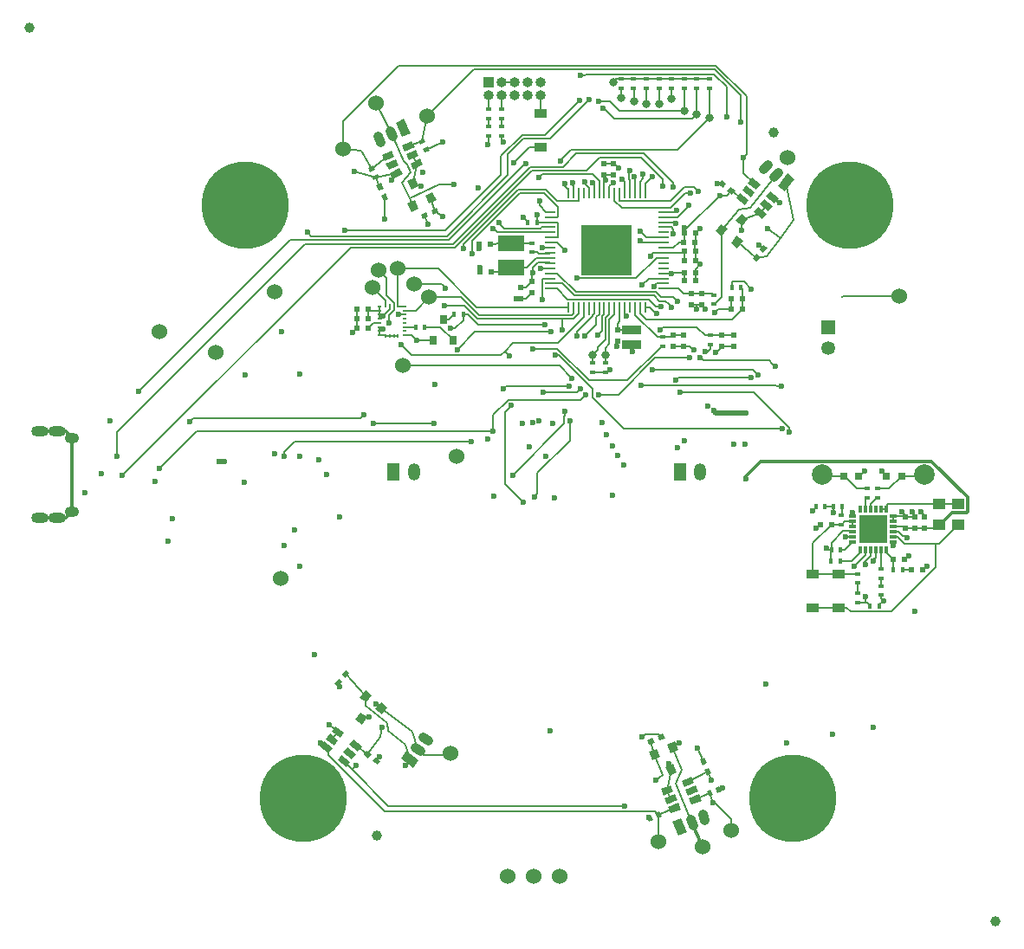
<source format=gbr>
G04 #@! TF.FileFunction,Copper,L4,Bot,Signal*
%FSLAX46Y46*%
G04 Gerber Fmt 4.6, Leading zero omitted, Abs format (unit mm)*
G04 Created by KiCad (PCBNEW 4.0.5) date 10/25/17 11:24:36*
%MOMM*%
%LPD*%
G01*
G04 APERTURE LIST*
%ADD10C,0.100000*%
%ADD11C,1.000000*%
%ADD12R,0.600000X0.400000*%
%ADD13R,0.500000X0.600000*%
%ADD14C,2.000000*%
%ADD15R,1.000000X1.000000*%
%ADD16O,1.000000X1.000000*%
%ADD17R,1.250000X1.000000*%
%ADD18R,0.600000X0.500000*%
%ADD19R,0.800000X0.900000*%
%ADD20R,0.400000X0.600000*%
%ADD21R,2.600000X1.500000*%
%ADD22C,1.524000*%
%ADD23R,1.200000X0.900000*%
%ADD24R,0.800000X0.750000*%
%ADD25R,1.900000X0.850000*%
%ADD26R,0.400000X0.240000*%
%ADD27R,0.240000X0.400000*%
%ADD28R,1.350000X1.350000*%
%ADD29C,1.350000*%
%ADD30C,8.509000*%
%ADD31R,1.200000X1.700000*%
%ADD32O,1.200000X1.700000*%
%ADD33O,1.700000X1.000000*%
%ADD34O,1.400000X1.000000*%
%ADD35R,1.000000X0.250000*%
%ADD36R,0.250000X1.000000*%
%ADD37R,4.900000X4.900000*%
%ADD38C,0.900000*%
%ADD39R,2.800000X2.800000*%
%ADD40R,0.800000X0.300000*%
%ADD41R,0.300000X0.800000*%
%ADD42C,0.600000*%
%ADD43C,0.800000*%
%ADD44C,0.200000*%
%ADD45C,0.500000*%
%ADD46C,0.300000*%
%ADD47C,0.150000*%
G04 APERTURE END LIST*
D10*
D11*
X170688000Y-170688000D03*
X149018088Y-93597284D03*
D12*
X135368088Y-88322284D03*
X135368088Y-89222284D03*
D13*
X124293088Y-108672284D03*
X124293088Y-109772284D03*
D14*
X153750000Y-127000000D03*
X163750000Y-127000000D03*
D15*
X121198088Y-88652284D03*
D16*
X121198088Y-89922284D03*
X122468088Y-88652284D03*
X122468088Y-89922284D03*
X123738088Y-88652284D03*
X123738088Y-89922284D03*
X125008088Y-88652284D03*
X125008088Y-89922284D03*
X126278088Y-88652284D03*
X126278088Y-89922284D03*
D12*
X159513168Y-137129844D03*
X159513168Y-136229844D03*
D17*
X165192608Y-131914044D03*
X165192608Y-129914044D03*
D12*
X159218528Y-129276164D03*
X159218528Y-128376164D03*
D13*
X140239894Y-114475654D03*
X140239894Y-113375654D03*
D18*
X140279857Y-104308885D03*
X141379857Y-104308885D03*
X140284937Y-105182645D03*
X141384937Y-105182645D03*
X140310337Y-107275605D03*
X141410337Y-107275605D03*
X140300177Y-108047765D03*
X141400177Y-108047765D03*
X140305257Y-103369085D03*
X141405257Y-103369085D03*
D13*
X132478337Y-97665605D03*
X132478337Y-96565605D03*
D18*
X121409448Y-107195524D03*
X120309448Y-107195524D03*
X121389128Y-104492964D03*
X120289128Y-104492964D03*
D13*
X133768088Y-112897284D03*
X133768088Y-113997284D03*
D10*
G36*
X114739301Y-102026615D02*
X114547959Y-101564675D01*
X115102287Y-101335065D01*
X115293629Y-101797005D01*
X114739301Y-102026615D01*
X114739301Y-102026615D01*
G37*
G36*
X115755569Y-101605663D02*
X115564227Y-101143723D01*
X116118555Y-100914113D01*
X116309897Y-101376053D01*
X115755569Y-101605663D01*
X115755569Y-101605663D01*
G37*
D18*
X108311008Y-111784684D03*
X109411008Y-111784684D03*
X109389328Y-112678764D03*
X108289328Y-112678764D03*
D19*
X117700248Y-113851484D03*
X115800248Y-113851484D03*
X116750248Y-111851484D03*
D12*
X125461928Y-104376124D03*
X125461928Y-105276124D03*
D20*
X124993088Y-102372284D03*
X125893088Y-102372284D03*
D10*
G36*
X109406094Y-97060889D02*
X109949879Y-96807318D01*
X110118926Y-97169841D01*
X109575141Y-97423412D01*
X109406094Y-97060889D01*
X109406094Y-97060889D01*
G37*
G36*
X109786450Y-97876567D02*
X110330235Y-97622996D01*
X110499282Y-97985519D01*
X109955497Y-98239090D01*
X109786450Y-97876567D01*
X109786450Y-97876567D01*
G37*
D12*
X121168088Y-91297284D03*
X121168088Y-92197284D03*
D10*
G36*
X142746051Y-158521433D02*
X142516441Y-157967105D01*
X142885993Y-157814031D01*
X143115603Y-158368359D01*
X142746051Y-158521433D01*
X142746051Y-158521433D01*
G37*
G36*
X143577543Y-158177017D02*
X143347933Y-157622689D01*
X143717485Y-157469615D01*
X143947095Y-158023943D01*
X143577543Y-158177017D01*
X143577543Y-158177017D01*
G37*
G36*
X114338774Y-94368489D02*
X114882559Y-94114918D01*
X115051606Y-94477441D01*
X114507821Y-94731012D01*
X114338774Y-94368489D01*
X114338774Y-94368489D01*
G37*
G36*
X114719130Y-95184167D02*
X115262915Y-94930596D01*
X115431962Y-95293119D01*
X114888177Y-95546690D01*
X114719130Y-95184167D01*
X114719130Y-95184167D01*
G37*
G36*
X137853805Y-159921375D02*
X138083415Y-160475703D01*
X137713863Y-160628777D01*
X137484253Y-160074449D01*
X137853805Y-159921375D01*
X137853805Y-159921375D01*
G37*
G36*
X137022313Y-160265791D02*
X137251923Y-160820119D01*
X136882371Y-160973193D01*
X136652761Y-160418865D01*
X137022313Y-160265791D01*
X137022313Y-160265791D01*
G37*
D20*
X114944728Y-112587324D03*
X114044728Y-112587324D03*
X154653728Y-135455564D03*
X155553728Y-135455564D03*
D10*
G36*
X116078805Y-100202580D02*
X115353759Y-100540675D01*
X114973403Y-99724998D01*
X115698449Y-99386903D01*
X116078805Y-100202580D01*
X116078805Y-100202580D01*
G37*
G36*
X114356820Y-101005555D02*
X113631774Y-101343650D01*
X113251418Y-100527973D01*
X113976464Y-100189878D01*
X114356820Y-101005555D01*
X114356820Y-101005555D01*
G37*
G36*
X114372576Y-98791452D02*
X113647530Y-99129547D01*
X113267174Y-98313870D01*
X113992220Y-97975775D01*
X114372576Y-98791452D01*
X114372576Y-98791452D01*
G37*
D21*
X123374048Y-106769924D03*
X123374048Y-104369924D03*
D22*
X112768088Y-116347284D03*
D18*
X140310337Y-106076725D03*
X141410337Y-106076725D03*
D10*
G36*
X141837317Y-154867497D02*
X142299257Y-154676155D01*
X142528867Y-155230483D01*
X142066927Y-155421825D01*
X141837317Y-154867497D01*
X141837317Y-154867497D01*
G37*
G36*
X142258269Y-155883765D02*
X142720209Y-155692423D01*
X142949819Y-156246751D01*
X142487879Y-156438093D01*
X142258269Y-155883765D01*
X142258269Y-155883765D01*
G37*
G36*
X143641548Y-98603175D02*
X143945928Y-98206498D01*
X144421940Y-98571755D01*
X144117560Y-98968432D01*
X143641548Y-98603175D01*
X143641548Y-98603175D01*
G37*
G36*
X144514236Y-99272813D02*
X144818616Y-98876136D01*
X145294628Y-99241393D01*
X144990248Y-99638070D01*
X144514236Y-99272813D01*
X144514236Y-99272813D01*
G37*
D13*
X125393088Y-108122284D03*
X125393088Y-109222284D03*
D23*
X126268088Y-91697284D03*
X126268088Y-94997284D03*
D12*
X122468088Y-91297284D03*
X122468088Y-92197284D03*
X121168088Y-92997284D03*
X121168088Y-93897284D03*
X122468088Y-92997284D03*
X122468088Y-93897284D03*
D13*
X139249294Y-113395974D03*
X139249294Y-114495974D03*
D12*
X138187574Y-114451854D03*
X138187574Y-113551854D03*
D18*
X109405928Y-110870284D03*
X108305928Y-110870284D03*
D10*
G36*
X138247035Y-152323713D02*
X138438377Y-152785653D01*
X137884049Y-153015263D01*
X137692707Y-152553323D01*
X138247035Y-152323713D01*
X138247035Y-152323713D01*
G37*
G36*
X137230767Y-152744665D02*
X137422109Y-153206605D01*
X136867781Y-153436215D01*
X136676439Y-152974275D01*
X137230767Y-152744665D01*
X137230767Y-152744665D01*
G37*
D13*
X133343088Y-97672284D03*
X133343088Y-96572284D03*
D10*
G36*
X111376690Y-100037031D02*
X110923537Y-100248340D01*
X110669966Y-99704555D01*
X111123119Y-99493246D01*
X111376690Y-100037031D01*
X111376690Y-100037031D01*
G37*
G36*
X110911810Y-99040093D02*
X110458657Y-99251402D01*
X110205086Y-98707617D01*
X110658239Y-98496308D01*
X110911810Y-99040093D01*
X110911810Y-99040093D01*
G37*
G36*
X106544939Y-147752744D02*
X106148262Y-147448364D01*
X106513519Y-146972352D01*
X106910196Y-147276732D01*
X106544939Y-147752744D01*
X106544939Y-147752744D01*
G37*
G36*
X107214577Y-146880056D02*
X106817900Y-146575676D01*
X107183157Y-146099664D01*
X107579834Y-146404044D01*
X107214577Y-146880056D01*
X107214577Y-146880056D01*
G37*
G36*
X148031437Y-104540184D02*
X148428114Y-104844564D01*
X148062857Y-105320576D01*
X147666180Y-105016196D01*
X148031437Y-104540184D01*
X148031437Y-104540184D01*
G37*
G36*
X147361799Y-105412872D02*
X147758476Y-105717252D01*
X147393219Y-106193264D01*
X146996542Y-105888884D01*
X147361799Y-105412872D01*
X147361799Y-105412872D01*
G37*
D24*
X155867568Y-127139604D03*
X157367568Y-127139604D03*
X160083968Y-127147284D03*
X161583968Y-127147284D03*
D18*
X162524248Y-136309004D03*
X163624248Y-136309004D03*
X160746248Y-135328564D03*
X161846248Y-135328564D03*
D13*
X162810088Y-132226044D03*
X162810088Y-131126044D03*
X163770208Y-132215884D03*
X163770208Y-131115884D03*
X161910928Y-131136204D03*
X161910928Y-132236204D03*
D18*
X154713928Y-131884324D03*
X153613928Y-131884324D03*
D23*
X152883768Y-136757044D03*
X152883768Y-140057044D03*
X155398368Y-136706244D03*
X155398368Y-140006244D03*
D17*
X167041728Y-129919124D03*
X167041728Y-131919124D03*
D22*
X110218088Y-90697284D03*
X142068088Y-163397284D03*
X150393088Y-95997284D03*
D20*
X118718088Y-111347284D03*
X117818088Y-111347284D03*
X155589288Y-134398924D03*
X154689288Y-134398924D03*
D12*
X155672688Y-131897444D03*
X155672688Y-130997444D03*
D20*
X155772168Y-130131724D03*
X154872168Y-130131724D03*
X154070368Y-130131724D03*
X153170368Y-130131724D03*
D12*
X158156808Y-129276164D03*
X158156808Y-128376164D03*
X159518248Y-138811324D03*
X159518248Y-137911324D03*
D20*
X161649728Y-136293764D03*
X160749728Y-136293764D03*
D12*
X157222088Y-136722604D03*
X157222088Y-137622604D03*
X157237328Y-138602204D03*
X157237328Y-139502204D03*
D20*
X158478968Y-139829444D03*
X159378968Y-139829444D03*
D10*
G36*
X136861260Y-154118550D02*
X137600363Y-153812403D01*
X137944778Y-154643894D01*
X137205675Y-154950041D01*
X136861260Y-154118550D01*
X136861260Y-154118550D01*
G37*
G36*
X138616631Y-153391451D02*
X139355734Y-153085304D01*
X139700149Y-153916795D01*
X138961046Y-154222942D01*
X138616631Y-153391451D01*
X138616631Y-153391451D01*
G37*
G36*
X138504312Y-155602760D02*
X139243415Y-155296613D01*
X139587830Y-156128104D01*
X138848727Y-156434251D01*
X138504312Y-155602760D01*
X138504312Y-155602760D01*
G37*
G36*
X109164925Y-148093453D02*
X109799608Y-148580463D01*
X109251723Y-149294481D01*
X108617040Y-148807471D01*
X109164925Y-148093453D01*
X109164925Y-148093453D01*
G37*
G36*
X110672296Y-149250100D02*
X111306979Y-149737110D01*
X110759094Y-150451128D01*
X110124411Y-149964118D01*
X110672296Y-149250100D01*
X110672296Y-149250100D01*
G37*
G36*
X108701088Y-150258483D02*
X109335771Y-150745493D01*
X108787886Y-151459511D01*
X108153203Y-150972501D01*
X108701088Y-150258483D01*
X108701088Y-150258483D01*
G37*
G36*
X145511011Y-104860831D02*
X144876328Y-104373821D01*
X145424213Y-103659803D01*
X146058896Y-104146813D01*
X145511011Y-104860831D01*
X145511011Y-104860831D01*
G37*
G36*
X144003640Y-103704184D02*
X143368957Y-103217174D01*
X143916842Y-102503156D01*
X144551525Y-102990166D01*
X144003640Y-103704184D01*
X144003640Y-103704184D01*
G37*
G36*
X145974848Y-102695801D02*
X145340165Y-102208791D01*
X145888050Y-101494773D01*
X146522733Y-101981783D01*
X145974848Y-102695801D01*
X145974848Y-102695801D01*
G37*
D13*
X143998848Y-114496844D03*
X143998848Y-113396844D03*
D10*
G36*
X110621748Y-155007553D02*
X110317368Y-155404230D01*
X109841356Y-155038973D01*
X110145736Y-154642296D01*
X110621748Y-155007553D01*
X110621748Y-155007553D01*
G37*
G36*
X109749060Y-154337915D02*
X109444680Y-154734592D01*
X108968668Y-154369335D01*
X109273048Y-153972658D01*
X109749060Y-154337915D01*
X109749060Y-154337915D01*
G37*
D13*
X140991488Y-110407444D03*
X140991488Y-109307444D03*
D18*
X144910203Y-109831139D03*
X146010203Y-109831139D03*
D12*
X142850768Y-114308364D03*
X142850768Y-113408364D03*
X143165728Y-110353164D03*
X143165728Y-109453164D03*
D20*
X144959403Y-108713539D03*
X145859403Y-108713539D03*
D13*
X145192648Y-113381604D03*
X145192648Y-114481604D03*
X142012568Y-109307444D03*
X142012568Y-110407444D03*
D18*
X146020363Y-110806499D03*
X144920363Y-110806499D03*
D22*
X128166535Y-166266711D03*
X125626535Y-166266711D03*
X123086535Y-166266711D03*
D25*
X135193088Y-114297284D03*
X135193088Y-112847284D03*
D26*
X110511288Y-110577724D03*
D27*
X111136288Y-110502724D03*
X111536288Y-110502724D03*
X111936288Y-110502724D03*
X112336288Y-110502724D03*
D26*
X112961288Y-110577724D03*
X112961288Y-110977724D03*
X112961288Y-111377724D03*
X112961288Y-111777724D03*
X112961288Y-112177724D03*
X112961288Y-112577724D03*
X112961288Y-112977724D03*
X112961288Y-113377724D03*
D27*
X112336288Y-113452724D03*
X111936288Y-113452724D03*
X111536288Y-113452724D03*
X111136288Y-113452724D03*
D26*
X110511288Y-113377724D03*
X110511288Y-112977724D03*
X110511288Y-112577724D03*
X110511288Y-112177724D03*
X110511288Y-111777724D03*
X110511288Y-111377724D03*
X110511288Y-110977724D03*
D28*
X154402688Y-112622484D03*
D29*
X154402688Y-114622484D03*
D30*
X103073200Y-158648400D03*
X150926800Y-158648400D03*
X156531208Y-100634800D03*
X97358200Y-100634800D03*
D31*
X139868088Y-126747284D03*
D32*
X141868088Y-126747284D03*
D33*
X77306248Y-122797764D03*
X77306248Y-131247764D03*
X79056248Y-122797764D03*
X79056248Y-131247764D03*
D34*
X80456248Y-130622764D03*
X80456248Y-123422764D03*
D31*
X111868088Y-126747284D03*
D32*
X113868088Y-126747284D03*
D35*
X138291258Y-101326286D03*
X138291258Y-101826286D03*
X138291258Y-102326286D03*
X138291258Y-102826286D03*
X138291258Y-103326286D03*
X138291258Y-103826286D03*
X138291258Y-104326286D03*
X138291258Y-104826286D03*
X138291258Y-105326286D03*
X138291258Y-105826286D03*
X138291258Y-106326286D03*
X138291258Y-106826286D03*
X138291258Y-107326286D03*
X138291258Y-107826286D03*
X138291258Y-108326286D03*
X138291258Y-108826286D03*
X127191258Y-108826286D03*
X127191258Y-108326286D03*
X127191258Y-107826286D03*
X127191258Y-107326286D03*
X127191258Y-106826286D03*
X127191258Y-106326286D03*
X127191258Y-105826286D03*
X127191258Y-105326286D03*
X127191258Y-104826286D03*
X127191258Y-104326286D03*
X127191258Y-103826286D03*
X127191258Y-103326286D03*
X127191258Y-102826286D03*
X127191258Y-102326286D03*
X127191258Y-101826286D03*
X127191258Y-101326286D03*
D36*
X136491258Y-110626286D03*
X135991258Y-110626286D03*
X135491258Y-110626286D03*
X134991258Y-110626286D03*
X134491258Y-110626286D03*
X133991258Y-110626286D03*
X133491258Y-110626286D03*
X132991258Y-110626286D03*
X132491258Y-110626286D03*
X131991258Y-110626286D03*
X131491258Y-110626286D03*
X130991258Y-110626286D03*
X130491258Y-110626286D03*
X129991258Y-110626286D03*
X129491258Y-110626286D03*
X128991258Y-110626286D03*
X128991258Y-99526286D03*
X129491258Y-99526286D03*
X129991258Y-99526286D03*
X130491258Y-99526286D03*
X130991258Y-99526286D03*
X131491258Y-99526286D03*
X131991258Y-99526286D03*
X132491258Y-99526286D03*
X132991258Y-99526286D03*
X133491258Y-99526286D03*
X133991258Y-99526286D03*
X134491258Y-99526286D03*
X134991258Y-99526286D03*
X135491258Y-99526286D03*
X135991258Y-99526286D03*
X136491258Y-99526286D03*
D37*
X132741258Y-105076286D03*
D10*
G36*
X113690211Y-94398634D02*
X113964913Y-94987734D01*
X113004227Y-95435710D01*
X112729525Y-94846610D01*
X113690211Y-94398634D01*
X113690211Y-94398634D01*
G37*
G36*
X114091699Y-95259626D02*
X114366401Y-95848726D01*
X113405715Y-96296702D01*
X113131013Y-95707602D01*
X114091699Y-95259626D01*
X114091699Y-95259626D01*
G37*
G36*
X114493186Y-96120618D02*
X114767888Y-96709718D01*
X113807202Y-97157694D01*
X113532500Y-96568594D01*
X114493186Y-96120618D01*
X114493186Y-96120618D01*
G37*
G36*
X112499309Y-97050378D02*
X112774011Y-97639478D01*
X111813325Y-98087454D01*
X111538623Y-97498354D01*
X112499309Y-97050378D01*
X112499309Y-97050378D01*
G37*
G36*
X111696334Y-95328394D02*
X111971036Y-95917494D01*
X111010350Y-96365470D01*
X110735648Y-95776370D01*
X111696334Y-95328394D01*
X111696334Y-95328394D01*
G37*
G36*
X112097821Y-96189386D02*
X112372523Y-96778486D01*
X111411837Y-97226462D01*
X111137135Y-96637362D01*
X112097821Y-96189386D01*
X112097821Y-96189386D01*
G37*
G36*
X139003206Y-160132524D02*
X138754462Y-159532002D01*
X139733774Y-159126358D01*
X139982518Y-159726880D01*
X139003206Y-160132524D01*
X139003206Y-160132524D01*
G37*
G36*
X138639657Y-159254839D02*
X138390913Y-158654317D01*
X139370225Y-158248673D01*
X139618969Y-158849195D01*
X138639657Y-159254839D01*
X138639657Y-159254839D01*
G37*
G36*
X138276107Y-158377153D02*
X138027363Y-157776631D01*
X139006675Y-157370987D01*
X139255419Y-157971509D01*
X138276107Y-158377153D01*
X138276107Y-158377153D01*
G37*
G36*
X140308642Y-157535250D02*
X140059898Y-156934728D01*
X141039210Y-156529084D01*
X141287954Y-157129606D01*
X140308642Y-157535250D01*
X140308642Y-157535250D01*
G37*
G36*
X141035741Y-159290621D02*
X140786997Y-158690099D01*
X141766309Y-158284455D01*
X142015053Y-158884977D01*
X141035741Y-159290621D01*
X141035741Y-159290621D01*
G37*
G36*
X140672191Y-158412935D02*
X140423447Y-157812413D01*
X141402759Y-157406769D01*
X141651503Y-158007291D01*
X140672191Y-158412935D01*
X140672191Y-158412935D01*
G37*
G36*
X149527665Y-99983000D02*
X149131970Y-100498679D01*
X148291015Y-99853392D01*
X148686710Y-99337713D01*
X149527665Y-99983000D01*
X149527665Y-99983000D01*
G37*
G36*
X148949342Y-100736686D02*
X148553647Y-101252365D01*
X147712692Y-100607078D01*
X148108387Y-100091399D01*
X148949342Y-100736686D01*
X148949342Y-100736686D01*
G37*
G36*
X148371018Y-101490371D02*
X147975323Y-102006050D01*
X147134368Y-101360763D01*
X147530063Y-100845084D01*
X148371018Y-101490371D01*
X148371018Y-101490371D01*
G37*
G36*
X146625641Y-100151096D02*
X146229946Y-100666775D01*
X145388991Y-100021488D01*
X145784686Y-99505809D01*
X146625641Y-100151096D01*
X146625641Y-100151096D01*
G37*
G36*
X147782288Y-98643725D02*
X147386593Y-99159404D01*
X146545638Y-98514117D01*
X146941333Y-97998438D01*
X147782288Y-98643725D01*
X147782288Y-98643725D01*
G37*
G36*
X147203964Y-99397410D02*
X146808269Y-99913089D01*
X145967314Y-99267802D01*
X146363009Y-98752123D01*
X147203964Y-99397410D01*
X147203964Y-99397410D01*
G37*
G36*
X104682951Y-153620568D02*
X105078646Y-153104889D01*
X105919601Y-153750176D01*
X105523906Y-154265855D01*
X104682951Y-153620568D01*
X104682951Y-153620568D01*
G37*
G36*
X105261274Y-152866882D02*
X105656969Y-152351203D01*
X106497924Y-152996490D01*
X106102229Y-153512169D01*
X105261274Y-152866882D01*
X105261274Y-152866882D01*
G37*
G36*
X105839598Y-152113197D02*
X106235293Y-151597518D01*
X107076248Y-152242805D01*
X106680553Y-152758484D01*
X105839598Y-152113197D01*
X105839598Y-152113197D01*
G37*
G36*
X107584975Y-153452472D02*
X107980670Y-152936793D01*
X108821625Y-153582080D01*
X108425930Y-154097759D01*
X107584975Y-153452472D01*
X107584975Y-153452472D01*
G37*
G36*
X106428328Y-154959843D02*
X106824023Y-154444164D01*
X107664978Y-155089451D01*
X107269283Y-155605130D01*
X106428328Y-154959843D01*
X106428328Y-154959843D01*
G37*
G36*
X107006652Y-154206158D02*
X107402347Y-153690479D01*
X108243302Y-154335766D01*
X107847607Y-154851445D01*
X107006652Y-154206158D01*
X107006652Y-154206158D01*
G37*
D22*
X117445688Y-154221084D03*
D38*
X111541303Y-93375392D02*
X111794873Y-93919176D01*
X110390292Y-93912117D02*
X110643862Y-94455901D01*
D10*
G36*
X112728224Y-93980468D02*
X112094297Y-92621006D01*
X112909974Y-92240650D01*
X113543901Y-93600112D01*
X112728224Y-93980468D01*
X112728224Y-93980468D01*
G37*
D38*
X141131693Y-161259728D02*
X140902083Y-160705400D01*
X142305020Y-160773720D02*
X142075410Y-160219392D01*
D10*
G36*
X139972294Y-160603455D02*
X140546319Y-161989274D01*
X139714828Y-162333689D01*
X139140803Y-160947870D01*
X139972294Y-160603455D01*
X139972294Y-160603455D01*
G37*
D38*
X114483294Y-154037952D02*
X114007282Y-153672696D01*
X115256421Y-153030394D02*
X114780409Y-152665138D01*
D10*
G36*
X113151089Y-154049303D02*
X114341119Y-154962445D01*
X113793233Y-155676463D01*
X112603203Y-154763321D01*
X113151089Y-154049303D01*
X113151089Y-154049303D01*
G37*
D38*
X149443157Y-97436151D02*
X149077901Y-97912163D01*
X148435599Y-96663024D02*
X148070343Y-97139036D01*
D10*
G36*
X149454508Y-98768356D02*
X150367650Y-97578326D01*
X151081668Y-98126212D01*
X150168526Y-99316242D01*
X149454508Y-98768356D01*
X149454508Y-98768356D01*
G37*
D22*
X118068088Y-125247284D03*
X113868088Y-108347284D03*
X112293088Y-106872284D03*
X115368088Y-109647284D03*
X109843088Y-108697284D03*
X110468088Y-107022284D03*
X115168088Y-91947284D03*
X106943088Y-95197284D03*
X94518088Y-115097284D03*
X100268088Y-109097284D03*
X161318088Y-109597284D03*
X89018088Y-112997284D03*
X144868088Y-161772284D03*
X137743088Y-162922284D03*
X100893088Y-137172284D03*
D39*
X158768088Y-132347284D03*
D40*
X160768088Y-131097284D03*
X160768088Y-131597284D03*
X160768088Y-132097284D03*
X160768088Y-132597284D03*
X160768088Y-133097284D03*
X160768088Y-133597284D03*
X156768088Y-133597284D03*
X156768088Y-133097284D03*
X156768088Y-132597284D03*
X156768088Y-132097284D03*
X156768088Y-131597284D03*
X156768088Y-131097284D03*
D41*
X157518088Y-130347284D03*
X158018088Y-130347284D03*
X158518088Y-130347284D03*
X159018088Y-130347284D03*
X159518088Y-130347284D03*
X160018088Y-130347284D03*
X160018088Y-134347284D03*
X159518088Y-134347284D03*
X159018088Y-134347284D03*
X158518088Y-134347284D03*
X158018088Y-134347284D03*
X157518088Y-134347284D03*
D12*
X132643088Y-116997284D03*
X132643088Y-116097284D03*
X131368088Y-116997284D03*
X131368088Y-116097284D03*
X134143088Y-88322284D03*
X134143088Y-89222284D03*
X136593088Y-88322284D03*
X136593088Y-89222284D03*
X137843088Y-88322284D03*
X137843088Y-89222284D03*
X139068088Y-88322284D03*
X139068088Y-89222284D03*
X140293088Y-88322284D03*
X140293088Y-89222284D03*
X141518088Y-88322284D03*
X141518088Y-89222284D03*
X142743088Y-88322284D03*
X142743088Y-89222284D03*
D11*
X76323088Y-83312000D03*
X110268088Y-162347284D03*
D42*
X120193088Y-98997284D03*
X135210587Y-114979868D03*
X110893088Y-111547284D03*
X139073067Y-107322284D03*
X140321800Y-102908286D03*
X143802949Y-99699653D03*
X132583078Y-98247284D03*
X121088471Y-123524220D03*
X110753316Y-151682080D03*
X114168088Y-113897284D03*
X124618088Y-101872284D03*
X125520260Y-107297284D03*
X110536888Y-154576684D03*
X133860464Y-96997957D03*
X133741734Y-114483177D03*
X133072885Y-116738594D03*
D43*
X133343088Y-88622284D03*
D42*
X110868090Y-112772284D03*
X162093088Y-133172284D03*
X156768088Y-130722284D03*
X124496272Y-121985936D03*
X115971201Y-118157294D03*
X141223077Y-114829020D03*
X143368088Y-115072284D03*
X102718088Y-117147284D03*
X143168088Y-120747284D03*
X142612968Y-120317164D03*
X146307868Y-120986624D03*
X141523120Y-110857086D03*
X120307689Y-106757860D03*
X120288692Y-104940537D03*
X123868088Y-109772284D03*
X104208078Y-144597284D03*
X143553603Y-98587465D03*
X88618097Y-127686828D03*
X125168088Y-124297284D03*
X127418088Y-121997284D03*
X126107342Y-121747865D03*
X127594917Y-129288166D03*
X106608077Y-147747284D03*
X102721076Y-125233591D03*
X104586699Y-125543430D03*
X154209601Y-134155771D03*
X136206873Y-152686039D03*
X150343088Y-153272284D03*
X90309975Y-131280397D03*
X97368088Y-117297284D03*
X97293088Y-127747284D03*
X157943088Y-126622284D03*
X159593088Y-126622284D03*
X141618088Y-153722284D03*
X138793088Y-155272284D03*
X147643088Y-104547284D03*
X145918088Y-103147284D03*
X105393088Y-126972284D03*
X154843088Y-152372284D03*
X158793088Y-151722284D03*
X153218088Y-132272284D03*
X152843088Y-130547284D03*
X134393088Y-105072284D03*
X131043088Y-105072284D03*
X131943088Y-105072284D03*
X133523046Y-105076285D03*
X132741258Y-105076286D03*
X126424844Y-104826287D03*
X100951608Y-113031924D03*
X107868088Y-113097284D03*
X100267380Y-124971412D03*
X102743088Y-135972284D03*
X101243088Y-133921762D03*
X109543088Y-150697284D03*
X105593088Y-151472284D03*
X115293088Y-102522284D03*
X111018088Y-102022284D03*
X114593088Y-98772284D03*
X121718088Y-129122284D03*
X134618088Y-111522284D03*
X143268100Y-111187274D03*
X126264086Y-106826286D03*
X142368088Y-110847284D03*
X141868088Y-106447284D03*
X141868088Y-102947284D03*
X164068088Y-135947284D03*
X162268088Y-134947284D03*
X159768088Y-139347284D03*
X162868088Y-140342044D03*
X163468088Y-130647284D03*
X162568088Y-130647284D03*
X161568088Y-130647284D03*
X132268088Y-121947284D03*
X134368088Y-126047284D03*
X133768088Y-125147284D03*
X133268088Y-124247284D03*
X132668088Y-123147284D03*
X125468088Y-121947284D03*
X126747602Y-125200769D03*
X133268088Y-129034164D03*
X84168088Y-121747284D03*
X83368088Y-126935194D03*
X81768088Y-128747284D03*
X123643088Y-96497284D03*
X125893088Y-101597284D03*
X139193088Y-98897284D03*
X84833078Y-125226920D03*
X135993088Y-103247284D03*
X138205730Y-98771563D03*
X136043088Y-104172284D03*
X85393088Y-127097284D03*
X121636687Y-102919377D03*
X121143088Y-94772284D03*
X122186178Y-102394328D03*
X122618088Y-94447284D03*
X146318088Y-127447284D03*
X148318088Y-147497284D03*
X127243088Y-152097284D03*
X102185288Y-132380084D03*
X115893088Y-121972284D03*
X109893088Y-121972284D03*
X106618088Y-131172284D03*
X129343088Y-117597284D03*
X136168088Y-108472284D03*
X137344393Y-108586254D03*
X130167613Y-118647759D03*
X126518088Y-118972284D03*
X119518088Y-123822284D03*
X101218088Y-125222284D03*
X114788170Y-97472284D03*
X116718088Y-101747284D03*
X95368088Y-125697284D03*
X94843088Y-125697284D03*
X113043088Y-155422284D03*
X148468088Y-102972284D03*
X137568088Y-156847284D03*
X131868088Y-113347284D03*
X128617288Y-120837187D03*
X123528098Y-127074228D03*
X130068088Y-90422283D03*
X107118088Y-103122284D03*
X129418088Y-98497284D03*
X130548077Y-113482294D03*
X139641018Y-124399043D03*
X140361566Y-123701553D03*
X146268088Y-124047262D03*
X145168088Y-124047284D03*
X131918088Y-119197284D03*
X130705023Y-119185168D03*
X121649922Y-122798019D03*
X140803098Y-115594285D03*
X139250764Y-103472640D03*
X89043088Y-126422284D03*
X89873169Y-133492203D03*
X127268088Y-113047284D03*
X129788064Y-113482294D03*
X118133078Y-114768399D03*
X116968088Y-108797284D03*
X112361840Y-111325852D03*
X117493088Y-112722284D03*
X109018088Y-121122284D03*
X91993088Y-121822284D03*
X126693088Y-112372284D03*
X129868088Y-107797284D03*
X128394492Y-112898776D03*
X125670136Y-129189621D03*
X129123107Y-121710717D03*
X116893088Y-110497284D03*
X123425140Y-120250792D03*
X123218088Y-115422284D03*
X112638418Y-114299655D03*
X124568088Y-129722284D03*
X111493088Y-112147284D03*
X110168088Y-149447284D03*
X136093088Y-118297284D03*
X149768088Y-118397284D03*
X146868088Y-108847284D03*
X129057879Y-118329999D03*
X122593088Y-118647284D03*
X142343088Y-114947284D03*
X139795912Y-153282648D03*
X125543088Y-114697284D03*
X117768088Y-98672284D03*
X154868088Y-130747284D03*
X156069590Y-133097283D03*
X149208078Y-116422873D03*
X141887081Y-115555294D03*
X139468088Y-102422284D03*
X140765207Y-100697168D03*
X139582358Y-101141040D03*
X158018088Y-138922284D03*
X160768088Y-133947284D03*
X139866647Y-118932294D03*
X139643088Y-110047284D03*
X150578088Y-122822284D03*
X158806133Y-135460329D03*
X127689075Y-115343271D03*
X149863163Y-122500771D03*
X126418088Y-109897284D03*
X157989068Y-135768264D03*
X128660482Y-98557710D03*
X144443088Y-91997284D03*
X130168088Y-87947284D03*
X156924494Y-135949064D03*
X137610963Y-111274539D03*
X137948067Y-112891842D03*
X136833829Y-160534766D03*
X108073928Y-97357657D03*
X116718088Y-94522284D03*
X111718088Y-98197284D03*
X142968088Y-156847284D03*
X144068088Y-157647284D03*
X136994569Y-105631001D03*
X128612256Y-105047284D03*
X146812403Y-117537274D03*
X139500011Y-117737274D03*
X139068088Y-110647284D03*
X138018088Y-110597284D03*
X147529293Y-117284910D03*
X137180669Y-116759865D03*
X126143088Y-97947284D03*
X124820903Y-96575099D03*
X87018091Y-118847281D03*
X146118088Y-95972284D03*
X140943088Y-99522284D03*
X134443088Y-159387274D03*
X119602961Y-105413104D03*
X108242015Y-155473357D03*
X143143088Y-159122284D03*
X145798557Y-92557294D03*
X141667984Y-99293933D03*
X149643088Y-100447284D03*
X118693088Y-104922284D03*
X104768088Y-153247284D03*
X131043088Y-90322284D03*
X103468088Y-103322284D03*
X133393088Y-98432286D03*
D43*
X132643088Y-115297284D03*
X131373088Y-115297284D03*
X134159000Y-90156372D03*
D42*
X134268088Y-98097284D03*
X134980475Y-97263792D03*
D43*
X135393088Y-90547284D03*
D42*
X135445094Y-97865247D03*
D43*
X136593088Y-90797284D03*
D42*
X136293088Y-97647284D03*
D43*
X137843088Y-90722284D03*
D42*
X137168088Y-97897284D03*
D43*
X139068088Y-90222284D03*
D42*
X131953562Y-90527256D03*
D43*
X140292629Y-91474224D03*
D42*
X130570806Y-98373046D03*
X132393088Y-91147284D03*
D43*
X141519355Y-91802924D03*
D42*
X131368088Y-98497284D03*
X128193088Y-96347284D03*
D43*
X142746081Y-92131624D03*
D42*
X126159601Y-100255771D03*
D44*
X135210587Y-114979868D02*
X135210587Y-114314783D01*
X135210587Y-114314783D02*
X135193088Y-114297284D01*
X110993088Y-111447284D02*
X110893088Y-111547284D01*
X110993088Y-111372284D02*
X110993088Y-111447284D01*
X111536288Y-110502724D02*
X111536288Y-110829084D01*
X111536288Y-110829084D02*
X110993088Y-111372284D01*
X110662648Y-111777724D02*
X110893088Y-111547284D01*
X110511288Y-111777724D02*
X110662648Y-111777724D01*
X109405928Y-110870284D02*
X109541088Y-110870284D01*
X109541088Y-110870284D02*
X109648528Y-110977724D01*
X109648528Y-110977724D02*
X110511288Y-110977724D01*
X144904432Y-99257103D02*
X146007316Y-100086292D01*
X132478337Y-97665605D02*
X133336409Y-97665605D01*
X133336409Y-97665605D02*
X133343088Y-97672284D01*
X124293088Y-108672284D02*
X124843088Y-108672284D01*
X124843088Y-108672284D02*
X125393088Y-108122284D01*
X125393088Y-108122284D02*
X125393088Y-107424456D01*
X125393088Y-107424456D02*
X125520260Y-107297284D01*
X139069065Y-107326286D02*
X139073067Y-107322284D01*
X138291258Y-107326286D02*
X139069065Y-107326286D01*
X140310337Y-107275605D02*
X139119746Y-107275605D01*
X140305257Y-102919085D02*
X140316056Y-102908286D01*
X140594316Y-102908286D02*
X140321800Y-102908286D01*
X140293088Y-102906916D02*
X140294458Y-102908286D01*
X143802949Y-99699653D02*
X140594316Y-102908286D01*
X140294458Y-102908286D02*
X140321800Y-102908286D01*
X139119746Y-107275605D02*
X139073067Y-107322284D01*
X140305257Y-103369085D02*
X140305257Y-102919085D01*
X140316056Y-102908286D02*
X140321800Y-102908286D01*
X143802949Y-99699653D02*
X144461882Y-99699653D01*
X144461882Y-99699653D02*
X144904432Y-99257103D01*
X132478337Y-98252761D02*
X132483814Y-98247284D01*
X132478337Y-98272284D02*
X132478337Y-98252761D01*
X132483814Y-98247284D02*
X132583078Y-98247284D01*
X113868089Y-113597285D02*
X114168088Y-113897284D01*
X112961288Y-113377724D02*
X113648528Y-113377724D01*
X113648528Y-113377724D02*
X113868089Y-113597285D01*
X110643088Y-152622284D02*
X109358864Y-154353625D01*
X110753316Y-151682080D02*
X110643088Y-152622284D01*
X132478337Y-97665605D02*
X132478337Y-98272284D01*
X132478337Y-98272284D02*
X132478337Y-99513365D01*
X132478337Y-97665605D02*
X132478337Y-97715605D01*
X140300177Y-108047765D02*
X140300177Y-107285765D01*
X140300177Y-107285765D02*
X140310337Y-107275605D01*
X115800248Y-113851484D02*
X114213888Y-113851484D01*
X114213888Y-113851484D02*
X114168088Y-113897284D01*
X110511288Y-110577724D02*
X110511288Y-110977724D01*
X110511288Y-110977724D02*
X110511288Y-111377724D01*
X110511288Y-111377724D02*
X110511288Y-111777724D01*
X109405928Y-110870284D02*
X109405928Y-111779604D01*
X109405928Y-111779604D02*
X109411008Y-111784684D01*
X109358864Y-154353625D02*
X108203300Y-153517276D01*
X132478337Y-99513365D02*
X132491258Y-99526286D01*
X132463097Y-97680845D02*
X132478337Y-97665605D01*
X124918087Y-102172283D02*
X124618088Y-101872284D01*
X124993088Y-102247284D02*
X124918087Y-102172283D01*
X124993088Y-102372284D02*
X124993088Y-102247284D01*
X125520260Y-106873020D02*
X125520260Y-107297284D01*
X125520260Y-106741310D02*
X125520260Y-106873020D01*
X125995285Y-106266285D02*
X125520260Y-106741310D01*
X127131257Y-106266285D02*
X125995285Y-106266285D01*
X127191258Y-106326286D02*
X127131257Y-106266285D01*
X140279857Y-104308885D02*
X139779857Y-104308885D01*
X139779857Y-104308885D02*
X139262456Y-104826286D01*
X139262456Y-104826286D02*
X138991258Y-104826286D01*
X138991258Y-104826286D02*
X138291258Y-104826286D01*
X140305257Y-103369085D02*
X140305257Y-104283485D01*
X140305257Y-104283485D02*
X140279857Y-104308885D01*
X110536888Y-154717927D02*
X110536888Y-154576684D01*
X110231552Y-155023263D02*
X110536888Y-154717927D01*
X133461409Y-96565605D02*
X133468089Y-96572285D01*
X133468089Y-96605582D02*
X133560465Y-96697958D01*
X133560465Y-96697958D02*
X133860464Y-96997957D01*
X133468089Y-96572285D02*
X133468089Y-96605582D01*
X133343088Y-96572284D02*
X133468089Y-96572285D01*
X132478337Y-96565605D02*
X133461409Y-96565605D01*
X122468088Y-88652284D02*
X123738088Y-88652284D01*
X132643088Y-116997284D02*
X132814195Y-116997284D01*
X132814195Y-116997284D02*
X133072885Y-116738594D01*
X131368088Y-116997284D02*
X132643088Y-116997284D01*
X134143088Y-88322284D02*
X133643088Y-88322284D01*
X133643088Y-88322284D02*
X133343088Y-88622284D01*
X135368088Y-88322284D02*
X134143088Y-88322284D01*
X136593088Y-88322284D02*
X135368088Y-88322284D01*
X137843088Y-88322284D02*
X136593088Y-88322284D01*
X139068088Y-88322284D02*
X137843088Y-88322284D01*
X140293088Y-88322284D02*
X139068088Y-88322284D01*
X141518088Y-88322284D02*
X140293088Y-88322284D01*
X142743088Y-88322284D02*
X141518088Y-88322284D01*
X133768088Y-113997284D02*
X133768088Y-114456823D01*
X133768088Y-114456823D02*
X133741734Y-114483177D01*
X155748888Y-109665924D02*
X155817528Y-109597284D01*
X155817528Y-109597284D02*
X161318088Y-109597284D01*
X110673530Y-112577724D02*
X110868090Y-112772284D01*
X110511288Y-112577724D02*
X110673530Y-112577724D01*
X161679006Y-133022284D02*
X161943088Y-133022284D01*
X161943088Y-133022284D02*
X162093088Y-133172284D01*
X160768088Y-132597284D02*
X161254006Y-132597284D01*
X161254006Y-132597284D02*
X161679006Y-133022284D01*
X156768088Y-130822284D02*
X156768088Y-130722284D01*
X156768088Y-131097284D02*
X156768088Y-130822284D01*
X140923078Y-114529021D02*
X141223077Y-114829020D01*
X140239894Y-114475654D02*
X140869711Y-114475654D01*
X140869711Y-114475654D02*
X140923078Y-114529021D01*
X143998848Y-114546844D02*
X143473408Y-115072284D01*
X143998848Y-114496844D02*
X143998848Y-114546844D01*
X143473408Y-115072284D02*
X143368088Y-115072284D01*
D45*
X146307868Y-120986624D02*
X143407428Y-120986624D01*
X143407428Y-120986624D02*
X143168088Y-120747284D01*
D44*
X141441488Y-110407444D02*
X141523120Y-110489076D01*
X141523120Y-110489076D02*
X141523120Y-110857086D01*
X140991488Y-110407444D02*
X141441488Y-110407444D01*
X120307689Y-107193765D02*
X120307689Y-107182124D01*
X120307689Y-107182124D02*
X120307689Y-106757860D01*
X120309448Y-107195524D02*
X120307689Y-107193765D01*
X120288692Y-104516273D02*
X120288692Y-104940537D01*
X120288692Y-104493400D02*
X120288692Y-104516273D01*
X120289128Y-104492964D02*
X120288692Y-104493400D01*
X124293088Y-109772284D02*
X123868088Y-109772284D01*
X124293088Y-109772284D02*
X124843088Y-109772284D01*
X124843088Y-109772284D02*
X125393088Y-109222284D01*
X143543784Y-98597284D02*
X143553603Y-98587465D01*
X144031744Y-98587465D02*
X143553603Y-98587465D01*
X110511288Y-112577724D02*
X110511288Y-112977724D01*
X106529229Y-147668436D02*
X106608077Y-147747284D01*
X106529229Y-147362548D02*
X106529229Y-147668436D01*
X154689288Y-134398924D02*
X154289288Y-134398924D01*
X154209601Y-134319237D02*
X154209601Y-134155771D01*
X154289288Y-134398924D02*
X154209601Y-134319237D01*
X137803491Y-152407437D02*
X136485475Y-152407437D01*
X138065542Y-152669488D02*
X137803491Y-152407437D01*
X136485475Y-152407437D02*
X136206873Y-152686039D01*
X154689288Y-133898924D02*
X154689288Y-134398924D01*
X154689288Y-133648781D02*
X154689288Y-133898924D01*
X155800788Y-132537281D02*
X154689288Y-133648781D01*
X156708085Y-132537281D02*
X155800788Y-132537281D01*
X156768088Y-132597284D02*
X156708085Y-132537281D01*
X157425768Y-127139604D02*
X157943088Y-126622284D01*
X157367568Y-127139604D02*
X157425768Y-127139604D01*
X160083968Y-127113164D02*
X159593088Y-126622284D01*
X160083968Y-127147284D02*
X160083968Y-127113164D01*
X142183092Y-155048990D02*
X141618088Y-153722284D01*
X139046071Y-155865432D02*
X138793088Y-155272284D01*
X148047147Y-104930380D02*
X147664051Y-104547284D01*
X147664051Y-104547284D02*
X147643088Y-104547284D01*
X145931449Y-103133923D02*
X145918088Y-103147284D01*
X145931449Y-102095287D02*
X145931449Y-103133923D01*
X154653728Y-135455564D02*
X154653728Y-134434484D01*
X154653728Y-134434484D02*
X154689288Y-134398924D01*
X153606048Y-131884324D02*
X153218088Y-132272284D01*
X153613928Y-131884324D02*
X153606048Y-131884324D01*
X153170368Y-130220004D02*
X152843088Y-130547284D01*
X153170368Y-130131724D02*
X153170368Y-130220004D01*
X160768088Y-131097284D02*
X160768088Y-131597284D01*
X141410337Y-107275605D02*
X141410337Y-108037605D01*
X141410337Y-108037605D02*
X141400177Y-108047765D01*
X127191258Y-104826286D02*
X126424844Y-104826287D01*
X126547090Y-104826286D02*
X126547089Y-104826287D01*
X126547089Y-104826287D02*
X126424844Y-104826287D01*
X111936288Y-113452724D02*
X112336288Y-113452724D01*
X111536288Y-113452724D02*
X111936288Y-113452724D01*
X111136288Y-113452724D02*
X111536288Y-113452724D01*
X110511288Y-113377724D02*
X111061288Y-113377724D01*
X111061288Y-113377724D02*
X111136288Y-113452724D01*
X110511288Y-112977724D02*
X110511288Y-113377724D01*
X108305928Y-110870284D02*
X108305928Y-111779604D01*
X108305928Y-111779604D02*
X108311008Y-111784684D01*
X108289328Y-112678764D02*
X108289328Y-111806364D01*
X108289328Y-111806364D02*
X108311008Y-111784684D01*
X108286608Y-112678764D02*
X107868088Y-113097284D01*
X108289328Y-112678764D02*
X108286608Y-112678764D01*
X108744487Y-150858997D02*
X109543088Y-150697284D01*
X106457923Y-152178001D02*
X105593088Y-151472284D01*
X106457923Y-152178001D02*
X105879599Y-152931686D01*
X114920794Y-101680840D02*
X115293088Y-102522284D01*
X111023328Y-99870793D02*
X111018088Y-102022284D01*
X113819875Y-98552661D02*
X114593088Y-98772284D01*
X114150194Y-96639156D02*
X113819875Y-98552661D01*
X113748707Y-95778164D02*
X114150194Y-96639156D01*
X148331017Y-100671882D02*
X147752693Y-101425567D01*
X147752693Y-101425567D02*
X145931449Y-102095287D01*
X132463097Y-96580845D02*
X132478337Y-96565605D01*
X134491258Y-110626286D02*
X134491258Y-111395454D01*
X134618088Y-111499456D02*
X134618088Y-111522284D01*
X134491258Y-111395454D02*
X134618088Y-111522284D01*
X134468088Y-111349456D02*
X134618088Y-111499456D01*
X143648875Y-110806499D02*
X143568099Y-110887275D01*
X144920363Y-110806499D02*
X143648875Y-110806499D01*
X143568099Y-110887275D02*
X143268100Y-111187274D01*
X145192648Y-114481604D02*
X145192648Y-114546844D01*
X143998848Y-114496844D02*
X145177408Y-114496844D01*
X145177408Y-114496844D02*
X145192648Y-114481604D01*
X140239894Y-114475654D02*
X139269614Y-114475654D01*
X139269614Y-114475654D02*
X139249294Y-114495974D01*
X127191258Y-106826286D02*
X126264086Y-106826286D01*
X142012568Y-110491764D02*
X142368088Y-110847284D01*
X142012568Y-110407444D02*
X142012568Y-110491764D01*
X142012568Y-110407444D02*
X140991488Y-110407444D01*
X144910203Y-109831139D02*
X144910203Y-110796339D01*
X144910203Y-110796339D02*
X144920363Y-110806499D01*
X141410337Y-107275605D02*
X141410337Y-106905035D01*
X141410337Y-106905035D02*
X141868088Y-106447284D01*
X141497529Y-106076725D02*
X141868088Y-106447284D01*
X141410337Y-106076725D02*
X141497529Y-106076725D01*
X141384937Y-105182645D02*
X141384937Y-106051325D01*
X141384937Y-106051325D02*
X141410337Y-106076725D01*
X141379857Y-104308885D02*
X141379857Y-105177565D01*
X141379857Y-105177565D02*
X141384937Y-105182645D01*
X141405257Y-103369085D02*
X141405257Y-104283485D01*
X141405257Y-104283485D02*
X141379857Y-104308885D01*
X141446287Y-103369085D02*
X141868088Y-102947284D01*
X141405257Y-103369085D02*
X141446287Y-103369085D01*
X138641391Y-157874070D02*
X139046071Y-155865432D01*
X138641391Y-157874070D02*
X139004941Y-158751756D01*
X163706368Y-136309004D02*
X164068088Y-135947284D01*
X163624248Y-136309004D02*
X163706368Y-136309004D01*
X161886808Y-135328564D02*
X162268088Y-134947284D01*
X161846248Y-135328564D02*
X161886808Y-135328564D01*
X159518248Y-138811324D02*
X159518248Y-139097444D01*
X159518248Y-139097444D02*
X159768088Y-139347284D01*
X159378968Y-139829444D02*
X159378968Y-139736404D01*
X159378968Y-139736404D02*
X159768088Y-139347284D01*
X163768087Y-130947283D02*
X163468088Y-130647284D01*
X163770208Y-130949404D02*
X163768087Y-130947283D01*
X163770208Y-131115884D02*
X163770208Y-130949404D01*
X162868087Y-130947283D02*
X162568088Y-130647284D01*
X162868087Y-131068045D02*
X162868087Y-130947283D01*
X162810088Y-131126044D02*
X162868087Y-131068045D01*
X161910928Y-130990124D02*
X161568088Y-130647284D01*
X161910928Y-131136204D02*
X161910928Y-130990124D01*
X161910928Y-131136204D02*
X162799928Y-131136204D01*
X162799928Y-131136204D02*
X162810088Y-131126044D01*
X160768088Y-131097284D02*
X161872008Y-131097284D01*
X161872008Y-131097284D02*
X161910928Y-131136204D01*
X109389328Y-112678764D02*
X109439328Y-112678764D01*
X109439328Y-112678764D02*
X109940368Y-112177724D01*
X109940368Y-112177724D02*
X110111288Y-112177724D01*
X110111288Y-112177724D02*
X110511288Y-112177724D01*
X133768088Y-112897284D02*
X135143088Y-112897284D01*
X135143088Y-112897284D02*
X135193088Y-112847284D01*
X133991258Y-112024114D02*
X133768088Y-112247284D01*
X133768088Y-112247284D02*
X133768088Y-112897284D01*
X133991258Y-110626286D02*
X133991258Y-112024114D01*
X126268088Y-94997284D02*
X125143088Y-94997284D01*
X125143088Y-94997284D02*
X123943087Y-96197285D01*
X123943087Y-96197285D02*
X123643088Y-96497284D01*
X125893088Y-101597284D02*
X125893088Y-102372284D01*
X125893088Y-102372284D02*
X127145260Y-102372284D01*
X127145260Y-102372284D02*
X127191258Y-102326286D01*
X127191258Y-102326286D02*
X127891258Y-102326286D01*
X127891258Y-102326286D02*
X127951259Y-102386287D01*
X127951259Y-103766285D02*
X127891258Y-103826286D01*
X127951259Y-102386287D02*
X127951259Y-103766285D01*
X127891258Y-103826286D02*
X127191258Y-103826286D01*
X127164459Y-102353085D02*
X127191258Y-102326286D01*
X114944728Y-112587324D02*
X116486088Y-112587324D01*
X116486088Y-112587324D02*
X117700248Y-113801484D01*
X117700248Y-113801484D02*
X117700248Y-113851484D01*
X136347340Y-95627272D02*
X139193088Y-98473020D01*
X128461889Y-96907285D02*
X129741902Y-95627272D01*
X125280691Y-96907285D02*
X128461889Y-96907285D01*
X103255189Y-104437273D02*
X117750703Y-104437273D01*
X129741902Y-95627272D02*
X136347340Y-95627272D01*
X84833078Y-125226920D02*
X84833078Y-122859384D01*
X139193088Y-98473020D02*
X139193088Y-98897284D01*
X84833078Y-122859384D02*
X103255189Y-104437273D01*
X117750703Y-104437273D02*
X125280691Y-96907285D01*
X138291258Y-103826286D02*
X136572090Y-103826286D01*
X136572090Y-103826286D02*
X135993088Y-103247284D01*
X138205730Y-98138728D02*
X138205730Y-98347299D01*
X132038657Y-95987283D02*
X136054285Y-95987283D01*
X125429813Y-97267295D02*
X130758645Y-97267295D01*
X107693088Y-104797284D02*
X117899825Y-104797283D01*
X117899825Y-104797283D02*
X125429813Y-97267295D01*
X130758645Y-97267295D02*
X132038657Y-95987283D01*
X85393088Y-127097284D02*
X107693088Y-104797284D01*
X136054285Y-95987283D02*
X138205730Y-98138728D01*
X138205730Y-98347299D02*
X138205730Y-98771563D01*
X138291258Y-104326286D02*
X136197090Y-104326286D01*
X136197090Y-104326286D02*
X136043088Y-104172284D01*
X122043596Y-103326286D02*
X121936686Y-103219376D01*
X127191258Y-103326286D02*
X122043596Y-103326286D01*
X121936686Y-103219376D02*
X121636687Y-102919377D01*
X121168088Y-93897284D02*
X121168088Y-94747284D01*
X121168088Y-94747284D02*
X121143088Y-94772284D01*
X127191258Y-102826286D02*
X126354954Y-102826286D01*
X122739133Y-102947283D02*
X122486177Y-102694327D01*
X126233957Y-102947283D02*
X122739133Y-102947283D01*
X126354954Y-102826286D02*
X126233957Y-102947283D01*
X122486177Y-102694327D02*
X122186178Y-102394328D01*
X122468088Y-94297284D02*
X122618088Y-94447284D01*
X122468088Y-93897284D02*
X122468088Y-94297284D01*
D46*
X165192608Y-131914044D02*
X165317608Y-131914044D01*
X165317608Y-131914044D02*
X166502527Y-130729125D01*
X166502527Y-130729125D02*
X167914729Y-130729125D01*
X167914729Y-130729125D02*
X167976729Y-130667125D01*
X167976729Y-130667125D02*
X167976729Y-129171123D01*
X146318088Y-127172284D02*
X146318088Y-127447284D01*
X167976729Y-129171123D02*
X164495605Y-125689999D01*
X164495605Y-125689999D02*
X147800373Y-125689999D01*
X147800373Y-125689999D02*
X146318088Y-127172284D01*
D44*
X109893088Y-121972284D02*
X115893088Y-121972284D01*
X163770208Y-132215884D02*
X164890768Y-132215884D01*
X164890768Y-132215884D02*
X165192608Y-131914044D01*
X162810088Y-132226044D02*
X163760048Y-132226044D01*
X163760048Y-132226044D02*
X163770208Y-132215884D01*
X161910928Y-132236204D02*
X162799928Y-132236204D01*
X162799928Y-132236204D02*
X162810088Y-132226044D01*
X160768088Y-132097284D02*
X161772008Y-132097284D01*
X161772008Y-132097284D02*
X161910928Y-132236204D01*
D46*
X80456248Y-123422764D02*
X80456248Y-124222764D01*
X80456248Y-124222764D02*
X80456248Y-130622764D01*
X79056248Y-131247764D02*
X79831248Y-131247764D01*
X79831248Y-131247764D02*
X80456248Y-130622764D01*
X77306248Y-131247764D02*
X79056248Y-131247764D01*
X79056248Y-122797764D02*
X79831248Y-122797764D01*
X79831248Y-122797764D02*
X80456248Y-123422764D01*
X77306248Y-122797764D02*
X79056248Y-122797764D01*
D44*
X126278088Y-89922284D02*
X126278088Y-91687284D01*
X126278088Y-91687284D02*
X126268088Y-91697284D01*
X116750248Y-111851484D02*
X117313888Y-111851484D01*
X117313888Y-111851484D02*
X117818088Y-111347284D01*
X128093088Y-116347284D02*
X113845718Y-116347284D01*
X129343088Y-117597284D02*
X128093088Y-116347284D01*
X113845718Y-116347284D02*
X112768088Y-116347284D01*
X136814086Y-107826286D02*
X136168088Y-108472284D01*
X138291258Y-107826286D02*
X136814086Y-107826286D01*
X138291258Y-108326286D02*
X137591258Y-108326286D01*
X137344393Y-108573151D02*
X137344393Y-108586254D01*
X137591258Y-108326286D02*
X137344393Y-108573151D01*
X129867614Y-118947758D02*
X130167613Y-118647759D01*
X126518088Y-118972284D02*
X129843088Y-118972284D01*
X129843088Y-118972284D02*
X129867614Y-118947758D01*
X102193824Y-123822284D02*
X119518088Y-123822284D01*
X101218088Y-125222284D02*
X101218088Y-124798020D01*
X101218088Y-124798020D02*
X102193824Y-123822284D01*
X115937062Y-101259888D02*
X116718088Y-101747284D01*
D45*
X94843088Y-125697284D02*
X95368088Y-125697284D01*
D44*
X113093088Y-153447284D02*
X113472161Y-154862883D01*
X111393088Y-152097284D02*
X113093088Y-153447284D01*
X111293088Y-151297284D02*
X111393088Y-152097284D01*
X109193088Y-149622284D02*
X111293088Y-151297284D01*
X109208324Y-148693967D02*
X109193088Y-149622284D01*
X113472161Y-154862883D02*
X113043088Y-155422284D01*
X149692047Y-103847284D02*
X150968088Y-102097284D01*
X148343088Y-105697284D02*
X149692047Y-103847284D01*
X149692047Y-103847284D02*
X148468088Y-102972284D01*
X150968088Y-102097284D02*
X150268088Y-98447284D01*
X147377509Y-105803068D02*
X148343088Y-105697284D01*
X107198867Y-146489860D02*
X109208324Y-148693967D01*
X115526104Y-99963789D02*
X115937062Y-101259888D01*
X145467612Y-104260317D02*
X147377509Y-105803068D01*
X137049274Y-153090440D02*
X137403019Y-154381222D01*
X138168088Y-156347284D02*
X137568088Y-156847284D01*
X137403019Y-154381222D02*
X138168088Y-156347284D01*
X123374048Y-106769924D02*
X124874048Y-106769924D01*
X126491258Y-105826286D02*
X127191258Y-105826286D01*
X124874048Y-106769924D02*
X125817686Y-105826286D01*
X125817686Y-105826286D02*
X126491258Y-105826286D01*
X121911208Y-107197284D02*
X122946688Y-107197284D01*
X122946688Y-107197284D02*
X123374048Y-106769924D01*
X121409448Y-107195524D02*
X121909448Y-107195524D01*
X121909448Y-107195524D02*
X121911208Y-107197284D01*
X121389128Y-104492964D02*
X121889128Y-104492964D01*
X122012168Y-104369924D02*
X123374048Y-104369924D01*
X121889128Y-104492964D02*
X122012168Y-104369924D01*
X125461928Y-104376124D02*
X123380248Y-104376124D01*
X123380248Y-104376124D02*
X123374048Y-104369924D01*
X121198088Y-89922284D02*
X121198088Y-91267284D01*
X121198088Y-91267284D02*
X121168088Y-91297284D01*
X122468088Y-89922284D02*
X122468088Y-91297284D01*
X127131255Y-105386289D02*
X127191258Y-105326286D01*
X126072093Y-105386289D02*
X127131255Y-105386289D01*
X125961928Y-105276124D02*
X126072093Y-105386289D01*
X125461928Y-105276124D02*
X125961928Y-105276124D01*
X112961288Y-112577724D02*
X114035128Y-112577724D01*
X114035128Y-112577724D02*
X114044728Y-112587324D01*
X132268087Y-112947285D02*
X132168087Y-113047285D01*
X132268087Y-111531193D02*
X132268087Y-112947285D01*
X132491258Y-111308022D02*
X132268087Y-111531193D01*
X132491258Y-110626286D02*
X132491258Y-111308022D01*
X132168087Y-113047285D02*
X131868088Y-113347284D01*
X128560918Y-121317821D02*
X128617288Y-121261451D01*
X128560918Y-122041408D02*
X128560918Y-121317821D01*
X123528098Y-127074228D02*
X128560918Y-122041408D01*
X128617288Y-121261451D02*
X128617288Y-120837187D01*
X122368088Y-97697284D02*
X122368088Y-95884350D01*
X122368088Y-95884350D02*
X124455154Y-93797284D01*
X107118088Y-103122284D02*
X116943088Y-103122284D01*
X126693087Y-93797284D02*
X129768089Y-90722282D01*
X116943088Y-103122284D02*
X122368088Y-97697284D01*
X129768089Y-90722282D02*
X130068088Y-90422283D01*
X124455154Y-93797284D02*
X126693087Y-93797284D01*
X129418088Y-98753116D02*
X129418088Y-98497284D01*
X129491258Y-99526286D02*
X129491258Y-98826286D01*
X129491258Y-98826286D02*
X129418088Y-98753116D01*
X131991258Y-111298890D02*
X131713055Y-111577093D01*
X130848076Y-113182295D02*
X130548077Y-113482294D01*
X131991258Y-110626286D02*
X131991258Y-111298890D01*
X131713055Y-112317316D02*
X130848076Y-113182295D01*
X131713055Y-111577093D02*
X131713055Y-112317316D01*
X135491258Y-110626286D02*
X135491258Y-110845454D01*
X135491258Y-110845454D02*
X135518088Y-110872284D01*
X135518088Y-110872284D02*
X135518088Y-111382368D01*
X135518088Y-111382368D02*
X137687574Y-113551854D01*
X137687574Y-113551854D02*
X138187574Y-113551854D01*
X139249294Y-113395974D02*
X140219574Y-113395974D01*
X140219574Y-113395974D02*
X140239894Y-113375654D01*
X138187574Y-113551854D02*
X139093414Y-113551854D01*
X139093414Y-113551854D02*
X139249294Y-113395974D01*
X130405024Y-119485167D02*
X130705023Y-119185168D01*
X130199400Y-119690791D02*
X130405024Y-119485167D01*
X123156339Y-119690791D02*
X130199400Y-119690791D01*
X121649922Y-121197208D02*
X123156339Y-119690791D01*
X121649922Y-122798019D02*
X121649922Y-121197208D01*
X132342352Y-119197284D02*
X131918088Y-119197284D01*
X133868088Y-119197284D02*
X132342352Y-119197284D01*
X140803098Y-115594285D02*
X137471087Y-115594285D01*
X137471087Y-115594285D02*
X133868088Y-119197284D01*
X121225658Y-122798019D02*
X121649922Y-122798019D01*
X89043088Y-126422284D02*
X92667353Y-122798019D01*
X92667353Y-122798019D02*
X121225658Y-122798019D01*
X139250764Y-103472640D02*
X139250764Y-103048376D01*
X139250764Y-103048376D02*
X139028674Y-102826286D01*
X139028674Y-102826286D02*
X138991258Y-102826286D01*
X138991258Y-102826286D02*
X138291258Y-102826286D01*
X121168088Y-92197284D02*
X121168088Y-92997284D01*
X122468088Y-92197284D02*
X122468088Y-92997284D01*
X126843824Y-113047284D02*
X127268088Y-113047284D01*
X118133078Y-114768399D02*
X119854193Y-113047284D01*
X119854193Y-113047284D02*
X126843824Y-113047284D01*
X129788064Y-113058030D02*
X129788064Y-113482294D01*
X131491258Y-110626286D02*
X131491258Y-111289758D01*
X129788064Y-113056530D02*
X129788064Y-113058030D01*
X131353044Y-111427972D02*
X131353044Y-111491550D01*
X131491258Y-111289758D02*
X131353044Y-111427972D01*
X131353044Y-111491550D02*
X129788064Y-113056530D01*
X116518088Y-108347284D02*
X116668089Y-108497285D01*
X116668089Y-108497285D02*
X116968088Y-108797284D01*
X113868088Y-108347284D02*
X116518088Y-108347284D01*
X112961288Y-111377724D02*
X112413712Y-111377724D01*
X112361840Y-111325852D02*
X112368088Y-111322284D01*
X112413712Y-111377724D02*
X112361840Y-111325852D01*
X117493088Y-112722284D02*
X117917352Y-112722284D01*
X118718088Y-111847284D02*
X118718088Y-111347284D01*
X117917352Y-112722284D02*
X118718088Y-111921548D01*
X118718088Y-111921548D02*
X118718088Y-111847284D01*
X108618087Y-121522285D02*
X109018088Y-121122284D01*
X91993088Y-121822284D02*
X92293087Y-121522285D01*
X92293087Y-121522285D02*
X108618087Y-121522285D01*
X119118088Y-111347284D02*
X118718088Y-111347284D01*
X126693088Y-112372284D02*
X120143088Y-112372284D01*
X120143088Y-112372284D02*
X119118088Y-111347284D01*
X135620260Y-107797284D02*
X129868088Y-107797284D01*
X138291258Y-105826286D02*
X137591258Y-105826286D01*
X137591258Y-105826286D02*
X135620260Y-107797284D01*
X155867568Y-127139604D02*
X153889604Y-127139604D01*
X153889604Y-127139604D02*
X153750000Y-127000000D01*
X158156808Y-128376164D02*
X157196968Y-128376164D01*
X157196968Y-128376164D02*
X155960408Y-127139604D01*
X155960408Y-127139604D02*
X155867568Y-127139604D01*
X161583968Y-127147284D02*
X163602716Y-127147284D01*
X163602716Y-127147284D02*
X163750000Y-127000000D01*
X159218528Y-128376164D02*
X160339208Y-128376164D01*
X160339208Y-128376164D02*
X161560528Y-127154844D01*
X161560528Y-127154844D02*
X161583968Y-127154844D01*
X161649728Y-136293764D02*
X162509008Y-136293764D01*
X162509008Y-136293764D02*
X162524248Y-136309004D01*
X160746248Y-135328564D02*
X160746248Y-136290284D01*
X160746248Y-136290284D02*
X160749728Y-136293764D01*
X160018088Y-134347284D02*
X160018088Y-134600404D01*
X160018088Y-134600404D02*
X160746248Y-135328564D01*
X152883768Y-136757044D02*
X152883768Y-133714484D01*
X152883768Y-133714484D02*
X154713928Y-131884324D01*
X155398368Y-136706244D02*
X157205728Y-136706244D01*
X157205728Y-136706244D02*
X157222088Y-136722604D01*
X152883768Y-136757044D02*
X155347568Y-136757044D01*
X155347568Y-136757044D02*
X155398368Y-136706244D01*
X156768088Y-131597284D02*
X156768088Y-132097284D01*
X155717928Y-131897444D02*
X156018088Y-131597284D01*
X156018088Y-131597284D02*
X156768088Y-131597284D01*
X155672688Y-131897444D02*
X155717928Y-131897444D01*
X154713928Y-131884324D02*
X155659568Y-131884324D01*
X155659568Y-131884324D02*
X155672688Y-131897444D01*
X128394492Y-111822702D02*
X128394492Y-112474512D01*
X128318088Y-111746298D02*
X128394492Y-111822702D01*
X128394492Y-112474512D02*
X128394492Y-112898776D01*
X129473380Y-111746298D02*
X128318088Y-111746298D01*
X128318088Y-111746298D02*
X120085104Y-111746298D01*
X117317352Y-110497284D02*
X116893088Y-110497284D01*
X118836090Y-110497284D02*
X117317352Y-110497284D01*
X120085104Y-111746298D02*
X118836090Y-110497284D01*
X129991258Y-110626286D02*
X129991258Y-111228420D01*
X129991258Y-111228420D02*
X129473380Y-111746298D01*
X129123107Y-121710717D02*
X129123107Y-123692265D01*
X129123107Y-123692265D02*
X125970135Y-126845237D01*
X125970135Y-126845237D02*
X125970135Y-128889622D01*
X125970135Y-128889622D02*
X125670136Y-129189621D01*
X111136288Y-110502724D02*
X111136288Y-109990484D01*
X111136288Y-109990484D02*
X109843088Y-108697284D01*
X165233086Y-133732286D02*
X164843088Y-133732286D01*
X164843088Y-133732286D02*
X161824286Y-133732286D01*
X164868088Y-136083166D02*
X164868088Y-133757286D01*
X164868088Y-133757286D02*
X164843088Y-133732286D01*
X167041728Y-131919124D02*
X167063568Y-131897284D01*
X167063568Y-131897284D02*
X167068088Y-131897284D01*
X167068088Y-131897284D02*
X165233086Y-133732286D01*
X161824286Y-133732286D02*
X161189284Y-133097284D01*
X161189284Y-133097284D02*
X160768088Y-133097284D01*
X155398368Y-140006244D02*
X156198368Y-140006244D01*
X156198368Y-140006244D02*
X156581569Y-140389445D01*
X156581569Y-140389445D02*
X160561809Y-140389445D01*
X160561809Y-140389445D02*
X164868088Y-136083166D01*
X152883768Y-140057044D02*
X155347568Y-140057044D01*
X155347568Y-140057044D02*
X155398368Y-140006244D01*
X129491258Y-110626286D02*
X129491258Y-111219288D01*
X116445718Y-109647284D02*
X115368088Y-109647284D01*
X118495222Y-109647284D02*
X116445718Y-109647284D01*
X120234225Y-111386287D02*
X118495222Y-109647284D01*
X129324259Y-111386287D02*
X120234225Y-111386287D01*
X129491258Y-111219288D02*
X129324259Y-111386287D01*
X112961288Y-110977724D02*
X114037648Y-110977724D01*
X114037648Y-110977724D02*
X115368088Y-109647284D01*
X165192608Y-129914044D02*
X167036648Y-129914044D01*
X167036648Y-129914044D02*
X167041728Y-129919124D01*
X165192608Y-129914044D02*
X160201328Y-129914044D01*
X160201328Y-129914044D02*
X160018088Y-130097284D01*
X160018088Y-130097284D02*
X160018088Y-130347284D01*
X159518088Y-130347284D02*
X160018088Y-130347284D01*
X112293088Y-106872284D02*
X112336288Y-106915484D01*
X112336288Y-106915484D02*
X112336288Y-110102724D01*
X112336288Y-110102724D02*
X112336288Y-110502724D01*
X128991258Y-110626286D02*
X120006222Y-110626286D01*
X120006222Y-110626286D02*
X116252220Y-106872284D01*
X116252220Y-106872284D02*
X113370718Y-106872284D01*
X113370718Y-106872284D02*
X112293088Y-106872284D01*
X112961288Y-110577724D02*
X112411288Y-110577724D01*
X111493088Y-111381416D02*
X111493088Y-111723020D01*
X111936288Y-110938216D02*
X111493088Y-111381416D01*
X111936288Y-110502724D02*
X111936288Y-110938216D01*
X111493088Y-111723020D02*
X111493088Y-112147284D01*
X123578088Y-114137283D02*
X122768088Y-114947283D01*
X122768088Y-114947283D02*
X122386971Y-115328400D01*
X123218088Y-115422284D02*
X122768088Y-114972284D01*
X122768088Y-114972284D02*
X122768088Y-114947283D01*
X122764076Y-127918272D02*
X122764076Y-120911856D01*
X123125141Y-120550791D02*
X123425140Y-120250792D01*
X122764076Y-120911856D02*
X123125141Y-120550791D01*
X124568088Y-129722284D02*
X122764076Y-127918272D01*
X130491258Y-110626286D02*
X130491258Y-111602916D01*
X112938417Y-114599654D02*
X112638418Y-114299655D01*
X130491258Y-111602916D02*
X127956891Y-114137283D01*
X127956891Y-114137283D02*
X123578088Y-114137283D01*
X122386971Y-115328400D02*
X113667163Y-115328400D01*
X113667163Y-115328400D02*
X112938417Y-114599654D01*
X123268087Y-115372285D02*
X123218088Y-115422284D01*
X111230087Y-109505655D02*
X111230087Y-107784283D01*
X111230087Y-107784283D02*
X110468088Y-107022284D01*
X111936288Y-110211856D02*
X111936288Y-110502724D01*
X111230087Y-109505655D02*
X111936288Y-110211856D01*
X114245288Y-153855324D02*
X114842392Y-154452428D01*
X114842392Y-154452428D02*
X117239744Y-154452428D01*
X117239744Y-154452428D02*
X117445688Y-154246484D01*
X117445688Y-154246484D02*
X117445688Y-154221084D01*
X110168088Y-149447284D02*
X110312365Y-149447284D01*
X110312365Y-149447284D02*
X110715695Y-149850614D01*
X149243824Y-118297284D02*
X136093088Y-118297284D01*
X149768088Y-118397284D02*
X149343824Y-118397284D01*
X149343824Y-118397284D02*
X149243824Y-118297284D01*
X146174342Y-108153538D02*
X146868088Y-108847284D01*
X144959403Y-108713539D02*
X144959403Y-108213539D01*
X144959403Y-108213539D02*
X145019404Y-108153538D01*
X145019404Y-108153538D02*
X146174342Y-108153538D01*
X122910373Y-118329999D02*
X128633615Y-118329999D01*
X122593088Y-118647284D02*
X122910373Y-118329999D01*
X128633615Y-118329999D02*
X129057879Y-118329999D01*
X113718088Y-152122284D02*
X114245288Y-153855324D01*
X110715695Y-149850614D02*
X113718088Y-152122284D01*
X142611848Y-114947284D02*
X142343088Y-114947284D01*
X142850768Y-114308364D02*
X142850768Y-114708364D01*
X142850768Y-114708364D02*
X142611848Y-114947284D01*
X139535246Y-153277267D02*
X139790531Y-153277267D01*
X139790531Y-153277267D02*
X139795912Y-153282648D01*
X139158390Y-153654123D02*
X139535246Y-153277267D01*
D46*
X141016888Y-160982564D02*
X142068088Y-163397284D01*
D44*
X139468088Y-157247284D02*
X141016888Y-160982564D01*
X140043088Y-155872284D02*
X139468088Y-157247284D01*
X139158390Y-153654123D02*
X140043088Y-155872284D01*
X145618088Y-101072284D02*
X143960241Y-103103670D01*
X146793088Y-100897284D02*
X145618088Y-101072284D01*
X149260529Y-97674157D02*
X146793088Y-100897284D01*
X143960241Y-103103670D02*
X143960241Y-109658651D01*
X143960241Y-109658651D02*
X143265728Y-110353164D01*
X143265728Y-110353164D02*
X143165728Y-110353164D01*
X130989286Y-117772284D02*
X127914286Y-114697284D01*
X138087574Y-114451854D02*
X134767144Y-117772284D01*
X134767144Y-117772284D02*
X130989286Y-117772284D01*
X138187574Y-114451854D02*
X138087574Y-114451854D01*
X127914286Y-114697284D02*
X125967352Y-114697284D01*
X125967352Y-114697284D02*
X125543088Y-114697284D01*
X116393088Y-98672284D02*
X117768088Y-98672284D01*
X113456059Y-100022284D02*
X113804119Y-100766764D01*
X112743088Y-98497284D02*
X113456059Y-100022284D01*
X113456059Y-100022284D02*
X116393088Y-98672284D01*
X110218088Y-90697284D02*
X111668088Y-93647284D01*
X113593088Y-97447284D02*
X112743088Y-98497284D01*
X113243088Y-96697284D02*
X113593088Y-97447284D01*
X112918088Y-96372284D02*
X113243088Y-96697284D01*
X111668088Y-93647284D02*
X112918088Y-96372284D01*
X155589288Y-134398924D02*
X155966448Y-134398924D01*
X155966448Y-134398924D02*
X156768088Y-133597284D01*
X155772168Y-130131724D02*
X155772168Y-130897964D01*
X155772168Y-130897964D02*
X155672688Y-130997444D01*
X154868088Y-130747284D02*
X154868088Y-130135804D01*
X154868088Y-130135804D02*
X154872168Y-130131724D01*
X156093088Y-133097284D02*
X156069591Y-133097284D01*
X156768088Y-133097284D02*
X156069590Y-133097283D01*
X156069591Y-133097284D02*
X156069590Y-133097283D01*
X154070368Y-130131724D02*
X154872168Y-130131724D01*
X148908079Y-116122874D02*
X149208078Y-116422873D01*
X148640498Y-115855293D02*
X148908079Y-116122874D01*
X141887081Y-115555294D02*
X142187080Y-115855293D01*
X142187080Y-115855293D02*
X148640498Y-115855293D01*
X138291258Y-102326286D02*
X139372090Y-102326286D01*
X139372090Y-102326286D02*
X139418088Y-102372284D01*
X139418088Y-102372284D02*
X139468088Y-102422284D01*
X138291258Y-101826286D02*
X139689086Y-101826286D01*
X139689086Y-101826286D02*
X140765207Y-100750165D01*
X140765207Y-100750165D02*
X140765207Y-100697168D01*
X138291258Y-101326286D02*
X139397112Y-101326286D01*
X139397112Y-101326286D02*
X139582358Y-101141040D01*
X155553728Y-135455564D02*
X156659808Y-135455564D01*
X156659808Y-135455564D02*
X157518088Y-134597284D01*
X157518088Y-134597284D02*
X157518088Y-134347284D01*
X158156808Y-129276164D02*
X158018088Y-129414884D01*
X158018088Y-129414884D02*
X158018088Y-130347284D01*
X159513168Y-137129844D02*
X159513168Y-137906244D01*
X159513168Y-137906244D02*
X159518248Y-137911324D01*
X159518088Y-134347284D02*
X159518088Y-136224924D01*
X159518088Y-136224924D02*
X159513168Y-136229844D01*
X159218528Y-129276164D02*
X159118528Y-129276164D01*
X159118528Y-129276164D02*
X158518088Y-129876604D01*
X158518088Y-129876604D02*
X158518088Y-130347284D01*
X157222088Y-137622604D02*
X157222088Y-138586964D01*
X157222088Y-138586964D02*
X157237328Y-138602204D01*
X157237328Y-139502204D02*
X158018088Y-139502204D01*
X158018088Y-139502204D02*
X158151728Y-139502204D01*
X158018088Y-138922284D02*
X158018088Y-139346548D01*
X158018088Y-139346548D02*
X158018088Y-139502204D01*
X160768088Y-133597284D02*
X160768088Y-133947284D01*
X158151728Y-139502204D02*
X158478968Y-139829444D01*
X138041340Y-109677272D02*
X139273076Y-109677272D01*
X137510333Y-109146265D02*
X138041340Y-109677272D01*
X139343089Y-109747285D02*
X139643088Y-110047284D01*
X127191258Y-107326286D02*
X127891258Y-107326286D01*
X129711236Y-109146264D02*
X137510333Y-109146265D01*
X139273076Y-109677272D02*
X139343089Y-109747285D01*
X127891258Y-107326286D02*
X129711236Y-109146264D01*
X140290911Y-118932294D02*
X139866647Y-118932294D01*
X150578088Y-122822284D02*
X150578088Y-122398020D01*
X150578088Y-122398020D02*
X147112362Y-118932294D01*
X147112362Y-118932294D02*
X140290911Y-118932294D01*
D47*
X159018088Y-135122284D02*
X158806133Y-135334239D01*
D44*
X158806133Y-135334239D02*
X158806133Y-135460329D01*
D47*
X159018088Y-134347284D02*
X159018088Y-135122284D01*
D44*
X149863163Y-122500771D02*
X134392771Y-122500771D01*
X134392771Y-122500771D02*
X131358086Y-119466086D01*
X131358086Y-119466086D02*
X131358086Y-118650216D01*
X131358086Y-118650216D02*
X128055154Y-115347284D01*
X128055154Y-115347284D02*
X127693088Y-115347284D01*
X127693088Y-115347284D02*
X127689075Y-115343271D01*
X126418088Y-107899456D02*
X126418088Y-109897284D01*
X127191258Y-107826286D02*
X126491258Y-107826286D01*
X126491258Y-107826286D02*
X126418088Y-107899456D01*
D47*
X157943088Y-135531414D02*
X157943088Y-135722284D01*
D44*
X157943088Y-135722284D02*
X157989068Y-135768264D01*
D47*
X158518088Y-134347284D02*
X158518088Y-134956414D01*
X158518088Y-134956414D02*
X157943088Y-135531414D01*
D44*
X130168088Y-87947284D02*
X130592352Y-87947284D01*
X144443088Y-89072284D02*
X144443088Y-91997284D01*
X130592352Y-87947284D02*
X130695640Y-87843996D01*
X130695640Y-87843996D02*
X143214800Y-87843996D01*
X143214800Y-87843996D02*
X144443088Y-89072284D01*
X158018088Y-134347284D02*
X158018088Y-134855470D01*
X158018088Y-134855470D02*
X157076274Y-135797284D01*
X157076274Y-135797284D02*
X156924494Y-135949064D01*
X128991258Y-99526286D02*
X128991258Y-99151286D01*
X128991258Y-99151286D02*
X128660482Y-98820510D01*
X128660482Y-98820510D02*
X128660482Y-98557710D01*
X136962710Y-110626286D02*
X137310964Y-110974540D01*
X136491258Y-110626286D02*
X136962710Y-110626286D01*
X137310964Y-110974540D02*
X137610963Y-111274539D01*
X138248066Y-112591843D02*
X137948067Y-112891842D01*
X141534247Y-112591843D02*
X138248066Y-112591843D01*
X142350768Y-113408364D02*
X141534247Y-112591843D01*
X142850768Y-113408364D02*
X142350768Y-113408364D01*
X142850768Y-113408364D02*
X143987328Y-113408364D01*
X143987328Y-113408364D02*
X143998848Y-113396844D01*
X145192648Y-113381604D02*
X144014088Y-113381604D01*
X144014088Y-113381604D02*
X143998848Y-113396844D01*
X139747090Y-108826286D02*
X140228248Y-109307444D01*
X140228248Y-109307444D02*
X140991488Y-109307444D01*
X138291258Y-108826286D02*
X139747090Y-108826286D01*
X142012568Y-109307444D02*
X143020008Y-109307444D01*
X143020008Y-109307444D02*
X143165728Y-109453164D01*
X140991488Y-109307444D02*
X142012568Y-109307444D01*
X135991258Y-110626286D02*
X135991258Y-111219288D01*
X135991258Y-111219288D02*
X136606519Y-111834549D01*
X136606519Y-111834549D02*
X144942313Y-111834549D01*
X144942313Y-111834549D02*
X145970363Y-110806499D01*
X145970363Y-110806499D02*
X146020363Y-110806499D01*
X146010203Y-109831139D02*
X146010203Y-108864339D01*
X146010203Y-108864339D02*
X145859403Y-108713539D01*
X146020363Y-110806499D02*
X146020363Y-109841299D01*
X146020363Y-109841299D02*
X146010203Y-109831139D01*
X136867616Y-160534766D02*
X136833829Y-160534766D01*
X136952342Y-160619492D02*
X136867616Y-160534766D01*
X108073928Y-97357657D02*
X110142866Y-97931043D01*
X115075546Y-95238643D02*
X116718088Y-94522284D01*
X111718088Y-98197284D02*
X111718088Y-98007145D01*
X111718088Y-98007145D02*
X112156317Y-97568916D01*
X110142866Y-97931043D02*
X110558448Y-98873855D01*
X110142866Y-97931043D02*
X112156317Y-97568916D01*
X140673926Y-157032167D02*
X142604044Y-156065258D01*
X142604044Y-156065258D02*
X142968088Y-156847284D01*
X143647514Y-157823316D02*
X144068088Y-157647284D01*
X137294568Y-105331002D02*
X136994569Y-105631001D01*
X137299284Y-105326286D02*
X137294568Y-105331002D01*
X138291258Y-105326286D02*
X137299284Y-105326286D01*
X127191258Y-104326286D02*
X127891258Y-104326286D01*
X127891258Y-104326286D02*
X128612256Y-105047284D01*
X140310337Y-106076725D02*
X140310337Y-105208045D01*
X140310337Y-105208045D02*
X140284937Y-105182645D01*
X138291258Y-105326286D02*
X140141296Y-105326286D01*
X140141296Y-105326286D02*
X140284937Y-105182645D01*
X127191258Y-108326286D02*
X128382126Y-108326286D01*
X138768089Y-110347285D02*
X139068088Y-110647284D01*
X137361211Y-109506275D02*
X137892219Y-110037283D01*
X137892219Y-110037283D02*
X138458087Y-110037283D01*
X138458087Y-110037283D02*
X138768089Y-110347285D01*
X129562114Y-109506274D02*
X137361211Y-109506275D01*
X128382126Y-108326286D02*
X129562114Y-109506274D01*
X146812403Y-117537274D02*
X139700011Y-117537274D01*
X139700011Y-117537274D02*
X139500011Y-117737274D01*
X137593824Y-110597284D02*
X138018088Y-110597284D01*
X137543826Y-110597284D02*
X137593824Y-110597284D01*
X128931257Y-109866285D02*
X136812827Y-109866285D01*
X127891258Y-108826286D02*
X128931257Y-109866285D01*
X136812827Y-109866285D02*
X137543826Y-110597284D01*
X127191258Y-108826286D02*
X127891258Y-108826286D01*
X147004248Y-116759865D02*
X147229294Y-116984911D01*
X137180669Y-116759865D02*
X147004248Y-116759865D01*
X147229294Y-116984911D02*
X147529293Y-117284910D01*
X126443087Y-97647285D02*
X126143088Y-97947284D01*
X131991258Y-98291650D02*
X131346893Y-97647285D01*
X131991258Y-99526286D02*
X131991258Y-98291650D01*
X131346893Y-97647285D02*
X126443087Y-97647285D01*
X87018091Y-118847281D02*
X101808077Y-104057295D01*
X101808077Y-104057295D02*
X117258077Y-104057295D01*
X117258077Y-104057295D02*
X124743088Y-96572284D01*
X124743088Y-96572284D02*
X124818088Y-96572284D01*
X124818088Y-96572284D02*
X124820903Y-96575099D01*
X146118088Y-96396548D02*
X146118088Y-95972284D01*
X146418087Y-90029019D02*
X146418087Y-95672285D01*
X112380526Y-87022284D02*
X143411352Y-87022284D01*
X146418087Y-95672285D02*
X146118088Y-95972284D01*
X106943088Y-95197284D02*
X106943088Y-92459722D01*
X143411352Y-87022284D02*
X146418087Y-90029019D01*
X146118088Y-97533046D02*
X146118088Y-96396548D01*
X106943088Y-92459722D02*
X112380526Y-87022284D01*
X147163963Y-98578921D02*
X146118088Y-97533046D01*
X140368824Y-99522284D02*
X140518824Y-99522284D01*
X134187255Y-100922283D02*
X138968825Y-100922283D01*
X133491258Y-100226286D02*
X134187255Y-100922283D01*
X140518824Y-99522284D02*
X140943088Y-99522284D01*
X138968825Y-100922283D02*
X140368824Y-99522284D01*
X133491258Y-99526286D02*
X133491258Y-100226286D01*
X108718088Y-95347284D02*
X106943088Y-95197284D01*
X109762510Y-97115365D02*
X108718088Y-95347284D01*
X111353342Y-95846932D02*
X109762510Y-97115365D01*
X107893088Y-155871082D02*
X111409280Y-159387274D01*
X134018824Y-159387274D02*
X134443088Y-159387274D01*
X111409280Y-159387274D02*
X134018824Y-159387274D01*
X119602961Y-104161129D02*
X119602961Y-104988840D01*
X124241806Y-99522284D02*
X119602961Y-104161129D01*
X127951259Y-100855455D02*
X126618088Y-99522284D01*
X126618088Y-99522284D02*
X124241806Y-99522284D01*
X127951259Y-101766285D02*
X127951259Y-100855455D01*
X127891258Y-101826286D02*
X127951259Y-101766285D01*
X127191258Y-101826286D02*
X127891258Y-101826286D01*
X119602961Y-104988840D02*
X119602961Y-105413104D01*
X144868088Y-161772284D02*
X144868088Y-160694654D01*
X144868088Y-160694654D02*
X143295718Y-159122284D01*
X143295718Y-159122284D02*
X143143088Y-159122284D01*
X107046653Y-155024647D02*
X107893088Y-155871082D01*
X108242015Y-155473357D02*
X107893088Y-155822284D01*
X107893088Y-155822284D02*
X107893088Y-155871082D01*
X142816022Y-158167732D02*
X143143088Y-159122284D01*
X141401025Y-158787538D02*
X142816022Y-158167732D01*
X119733077Y-87382295D02*
X143262231Y-87382295D01*
X143262231Y-87382295D02*
X145798557Y-89918621D01*
X145798557Y-92133030D02*
X145798557Y-92557294D01*
X115168088Y-91947284D02*
X119733077Y-87382295D01*
X145798557Y-89918621D02*
X145798557Y-92133030D01*
X133991258Y-99526286D02*
X133991258Y-100217154D01*
X140303089Y-98912283D02*
X141286334Y-98912283D01*
X133991258Y-100217154D02*
X134060391Y-100286287D01*
X134060391Y-100286287D02*
X138929085Y-100286287D01*
X138929085Y-100286287D02*
X140303089Y-98912283D01*
X141286334Y-98912283D02*
X141367985Y-98993934D01*
X141367985Y-98993934D02*
X141667984Y-99293933D01*
X149643088Y-100447284D02*
X149438428Y-100447284D01*
X149438428Y-100447284D02*
X148909340Y-99918196D01*
X115168088Y-91947284D02*
X114695190Y-94422965D01*
X113347219Y-94917172D02*
X114695190Y-94422965D01*
X105301276Y-153685372D02*
X105301276Y-153780472D01*
X105301276Y-153780472D02*
X105493088Y-153972284D01*
X105493088Y-153972284D02*
X105493088Y-154392314D01*
X105493088Y-154392314D02*
X111048058Y-159947284D01*
X137456042Y-159947284D02*
X137783834Y-160275076D01*
X111048058Y-159947284D02*
X137456042Y-159947284D01*
X129991258Y-99526286D02*
X129991258Y-100226286D01*
X127891223Y-100286287D02*
X126767209Y-99162273D01*
X129991258Y-100226286D02*
X129931257Y-100286287D01*
X118693088Y-104513152D02*
X118693088Y-104922284D01*
X129931257Y-100286287D02*
X127891223Y-100286287D01*
X126767209Y-99162273D02*
X124043966Y-99162274D01*
X124043966Y-99162274D02*
X118693088Y-104513152D01*
X104778710Y-153236662D02*
X104768088Y-153247284D01*
X104852566Y-153236662D02*
X104778710Y-153236662D01*
X105301276Y-153685372D02*
X104852566Y-153236662D01*
X137783834Y-160275076D02*
X137783834Y-162881538D01*
X137783834Y-162881538D02*
X137743088Y-162922284D01*
X137783834Y-160275076D02*
X139368490Y-159629441D01*
X117108957Y-103697283D02*
X123083087Y-97723153D01*
X103843087Y-103697283D02*
X117108957Y-103697283D01*
X123083087Y-97723153D02*
X123083087Y-95678483D01*
X123083087Y-95678483D02*
X124604275Y-94157295D01*
X103468088Y-103322284D02*
X103843087Y-103697283D01*
X124604275Y-94157295D02*
X127208077Y-94157295D01*
X127208077Y-94157295D02*
X130743089Y-90622283D01*
X130743089Y-90622283D02*
X131043088Y-90322284D01*
X132991258Y-98826286D02*
X133393088Y-98432286D01*
X133393088Y-98424456D02*
X133393088Y-98432286D01*
X132991258Y-99526286D02*
X132991258Y-98826286D01*
X130991258Y-110626286D02*
X130991258Y-111326286D01*
X132643088Y-116097284D02*
X132643088Y-115297284D01*
X133491258Y-110626286D02*
X133491258Y-111326286D01*
X132988101Y-114252271D02*
X132643088Y-114597284D01*
X133491258Y-111326286D02*
X132988101Y-111829443D01*
X132643088Y-114597284D02*
X132643088Y-115297284D01*
X132988101Y-111829443D02*
X132988101Y-114252271D01*
X131368088Y-116097284D02*
X131368088Y-115302284D01*
X131368088Y-115302284D02*
X131373088Y-115297284D01*
X131873087Y-114546089D02*
X131873087Y-114797285D01*
X132991258Y-110626286D02*
X132991258Y-111317154D01*
X132628090Y-111680322D02*
X132628090Y-113791086D01*
X132628090Y-113791086D02*
X131873087Y-114546089D01*
X132991258Y-111317154D02*
X132628090Y-111680322D01*
X131873087Y-114797285D02*
X131373088Y-115297284D01*
X134159000Y-90156372D02*
X134159000Y-89238196D01*
X134159000Y-89238196D02*
X134143088Y-89222284D01*
X134491258Y-98320454D02*
X134268088Y-98097284D01*
X134491258Y-99526286D02*
X134491258Y-98320454D01*
X134991258Y-99526286D02*
X134991258Y-98236540D01*
X134991258Y-98236540D02*
X134871247Y-98116529D01*
X134871247Y-98116529D02*
X134871247Y-97373020D01*
X134871247Y-97373020D02*
X134980475Y-97263792D01*
X135393088Y-90547284D02*
X135393088Y-89247284D01*
X135393088Y-89247284D02*
X135368088Y-89222284D01*
X135491258Y-97911411D02*
X135445094Y-97865247D01*
X135491258Y-99526286D02*
X135491258Y-97911411D01*
X136593088Y-90797284D02*
X136593088Y-89222284D01*
X135991258Y-98373378D02*
X136293088Y-98071548D01*
X135991258Y-99526286D02*
X135991258Y-98373378D01*
X136293088Y-98071548D02*
X136293088Y-97647284D01*
X137843088Y-90722284D02*
X137843088Y-89222284D01*
X136868089Y-98197283D02*
X137168088Y-97897284D01*
X136491258Y-99526286D02*
X136491258Y-98574114D01*
X136491258Y-98574114D02*
X136868089Y-98197283D01*
X139068088Y-90222284D02*
X139068088Y-89222284D01*
X133001864Y-90527256D02*
X132377826Y-90527256D01*
X140292629Y-91474224D02*
X133948832Y-91474224D01*
X132377826Y-90527256D02*
X131953562Y-90527256D01*
X133948832Y-91474224D02*
X133001864Y-90527256D01*
X140292629Y-91474224D02*
X140292629Y-89222743D01*
X140292629Y-89222743D02*
X140293088Y-89222284D01*
X130991258Y-98949258D02*
X130570806Y-98528806D01*
X130991258Y-99526286D02*
X130991258Y-98949258D01*
X130570806Y-98528806D02*
X130570806Y-98373046D01*
X132693087Y-91447283D02*
X132393088Y-91147284D01*
X141119356Y-92202923D02*
X133448727Y-92202923D01*
X133448727Y-92202923D02*
X132693087Y-91447283D01*
X141519355Y-91802924D02*
X141119356Y-92202923D01*
X141519355Y-91802924D02*
X141519355Y-89223551D01*
X141519355Y-89223551D02*
X141518088Y-89222284D01*
X131491258Y-98620454D02*
X131368088Y-98497284D01*
X131491258Y-99526286D02*
X131491258Y-98620454D01*
X139610443Y-95267262D02*
X129273110Y-95267262D01*
X129273110Y-95267262D02*
X128493087Y-96047285D01*
X142746081Y-92131624D02*
X139610443Y-95267262D01*
X128493087Y-96047285D02*
X128193088Y-96347284D01*
X142746081Y-92131624D02*
X142746081Y-89225277D01*
X142746081Y-89225277D02*
X142743088Y-89222284D01*
X126159601Y-100669629D02*
X126159601Y-100255771D01*
X127191258Y-101326286D02*
X126816258Y-101326286D01*
X126816258Y-101326286D02*
X126159601Y-100669629D01*
M02*

</source>
